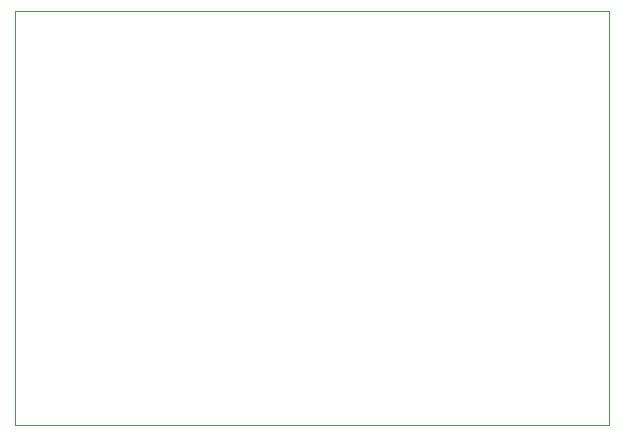
<source format=gbr>
%TF.GenerationSoftware,KiCad,Pcbnew,(6.0.5)*%
%TF.CreationDate,2022-06-30T14:49:24+05:30*%
%TF.ProjectId,D1 mini 4 button remote,4431206d-696e-4692-9034-20627574746f,rev?*%
%TF.SameCoordinates,Original*%
%TF.FileFunction,Profile,NP*%
%FSLAX46Y46*%
G04 Gerber Fmt 4.6, Leading zero omitted, Abs format (unit mm)*
G04 Created by KiCad (PCBNEW (6.0.5)) date 2022-06-30 14:49:24*
%MOMM*%
%LPD*%
G01*
G04 APERTURE LIST*
%TA.AperFunction,Profile*%
%ADD10C,0.100000*%
%TD*%
G04 APERTURE END LIST*
D10*
X86918200Y-62738000D02*
X137160000Y-62738000D01*
X86918200Y-27686000D02*
X137160000Y-27686000D01*
X86918200Y-27686000D02*
X86918200Y-62738000D01*
X137160000Y-27686000D02*
X137160000Y-62738000D01*
M02*

</source>
